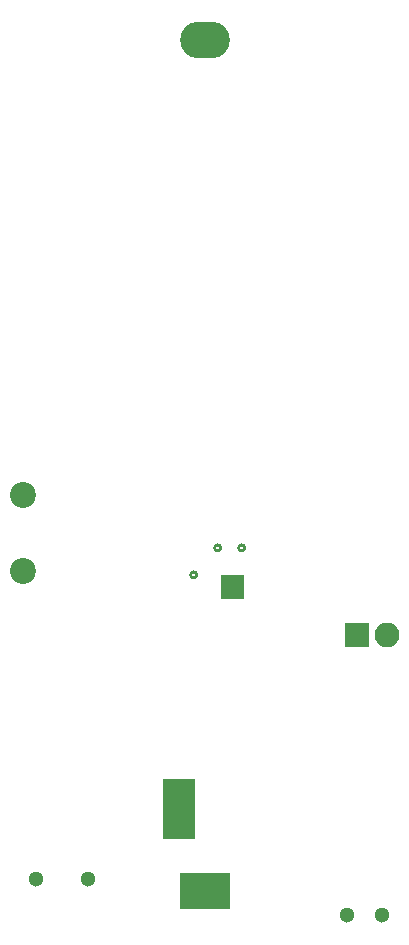
<source format=gbs>
G04 #@! TF.FileFunction,Soldermask,Bot*
%FSLAX46Y46*%
G04 Gerber Fmt 4.6, Leading zero omitted, Abs format (unit mm)*
G04 Created by KiCad (PCBNEW 4.0.7-e2-6376~61~ubuntu18.04.1) date Fri Jan 24 00:19:11 2020*
%MOMM*%
%LPD*%
G01*
G04 APERTURE LIST*
%ADD10C,0.100000*%
%ADD11C,0.254000*%
%ADD12R,1.200000X1.200000*%
%ADD13C,1.300000*%
%ADD14R,1.575000X1.575000*%
%ADD15R,4.200000X3.100000*%
%ADD16O,4.200000X3.100000*%
%ADD17R,2.100000X2.100000*%
%ADD18O,2.100000X2.100000*%
%ADD19C,2.200000*%
G04 APERTURE END LIST*
D10*
D11*
X18288000Y-49276000D02*
G75*
G03X18288000Y-49276000I-254000J0D01*
G01*
X20320000Y-46990000D02*
G75*
G03X20320000Y-46990000I-254000J0D01*
G01*
X22352000Y-46990000D02*
G75*
G03X22352000Y-46990000I-254000J0D01*
G01*
D12*
X21736000Y-50692000D03*
X21736000Y-49892000D03*
X20936000Y-50692000D03*
X20936000Y-49892000D03*
D13*
X4658000Y-74984000D03*
X9058000Y-74984000D03*
D14*
X17351500Y-69675500D03*
X17351500Y-68500500D03*
X16176500Y-69675500D03*
X16176500Y-68500500D03*
X16176500Y-70850500D03*
X17351500Y-70850500D03*
X17351500Y-67325500D03*
X16176500Y-67325500D03*
D13*
X31012000Y-78054000D03*
X34012000Y-78054000D03*
D15*
X19000000Y-76000000D03*
D16*
X19000000Y-4000000D03*
D17*
X31877000Y-54356000D03*
D18*
X34417000Y-54356000D03*
D19*
X3556000Y-48920000D03*
X3556000Y-42520000D03*
M02*

</source>
